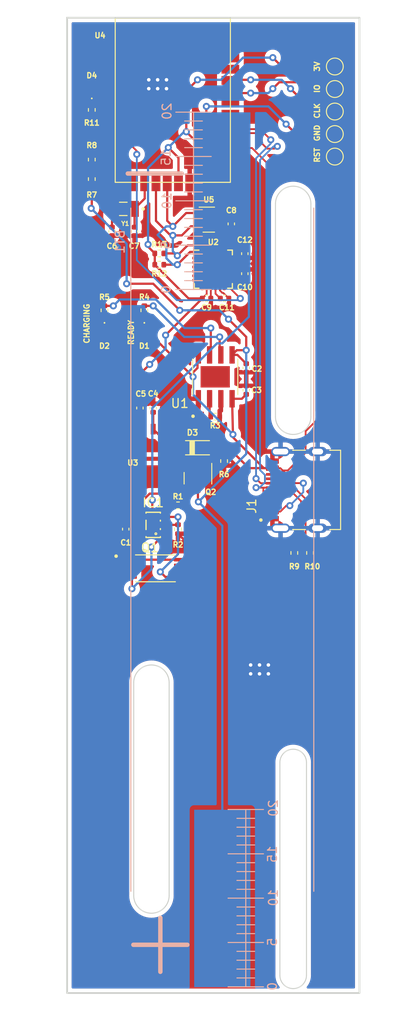
<source format=kicad_pcb>
(kicad_pcb (version 20211014) (generator pcbnew)
  (title_block (title "floaty") (date "2021-12-29") (rev "0.0.1a") (company "rbaron.net"))
  (layers (0 "F.Cu" signal) (31 "B.Cu" signal) (34 "B.Paste" user) (35 "F.Paste" user) (36 "B.SilkS" user "B.Silkscreen") (37 "F.SilkS" user "F.Silkscreen") (38 "B.Mask" user) (39 "F.Mask" user) (44 "Edge.Cuts" user))
  (net 0 "")
  (net 2 "Net-(IC1-Pad1)")
  (net 3 "Net-(IC1-Pad2)")
  (net 4 "Net-(IC1-Pad3)")
  (net 5 "unconnected-(Q1-Pad1)")
  (net 6 "GND")
  (net 7 "Net-(C1-Pad2)")
  (net 8 "+BATT")
  (net 9 "+5V")
  (net 10 "Net-(D1-Pad1)")
  (net 11 "Net-(D2-Pad1)")
  (net 12 "Net-(R3-Pad1)")
  (net 13 "Net-(R4-Pad2)")
  (net 14 "Net-(R5-Pad2)")
  (net 18 "+3V0")
  (net 19 "BATT_SEN")
  (net 24 "RESET")
  (net 27 "SWDCLK")
  (net 28 "SWDIO")
  (net 36 "Net-(J1-PadA5)")
  (net 37 "USB D+")
  (net 38 "USB D-")
  (net 39 "Net-(J1-PadB5)")
  (net 40 "Net-(D4-Pad1)")
  (net 41 "LED")
  (net 44 "Net-(BT1-Pad-)")
  (net 45 "Net-(C4-Pad2)")
  (net 46 "Net-(C6-Pad2)")
  (net 47 "Net-(C7-Pad2)")
  (net 48 "SDA")
  (net 49 "SCL")
  (net 50 "Net-(C11-Pad1)")
  (net 51 "Net-(C12-Pad2)")
  (net 52 "IMU_INT")
  (footprint "Resistor_SMD:R_0402_1005Metric" (layer "F.Cu") (at 114.5 108 -90)
    (fp_text reference "R6")
    (fp_text value "10k")
  )
  (footprint "TestPoint:TestPoint_Pad_D1.5mm" (layer "F.Cu") (at 127 68.58 90)
    (fp_text reference "TP3" hide)
    (fp_text value "TestPoint")
  )
  (footprint "Capacitor_SMD:C_0402_1005Metric" (layer "F.Cu") (at 112.522 89.662 180)
    (fp_text reference "C9")
    (fp_text value "10n")
  )
  (footprint "Resistor_SMD:R_0402_1005Metric" (layer "F.Cu") (at 109.3 113 180)
    (fp_text reference "R1")
    (fp_text value "100")
  )
  (footprint "lib:HRO_TYPE-C-31-M-12" (layer "F.Cu") (at 125.0525 111.252 90)
    (fp_text reference "J1")
    (fp_text value "TYPE-C-31-M-12")
  )
  (footprint "TestPoint:TestPoint_Pad_D1.5mm" (layer "F.Cu") (at 127 63.5 90)
    (fp_text reference "TP5" hide)
    (fp_text value "TestPoint")
  )
  (footprint "Capacitor_SMD:C_0402_1005Metric" (layer "F.Cu") (at 106.5 102.02 -90)
    (fp_text reference "C4")
    (fp_text value "10u")
  )
  (footprint "Package_TO_SOT_SMD:SOT-23" (layer "F.Cu") (at 111.55 109.9375 -90)
    (fp_text reference "Q2")
    (fp_text value "AO3401A")
  )
  (footprint "Resistor_SMD:R_0402_1005Metric" (layer "F.Cu") (at 99.568 74 90)
    (fp_text reference "R8")
    (fp_text value "470k")
  )
  (footprint "LED_SMD:LED_0402_1005Metric" (layer "F.Cu") (at 101 93.5 -90)
    (fp_text reference "D2")
    (fp_text value "RED")
  )
  (footprint "Capacitor_SMD:C_0402_1005Metric" (layer "F.Cu") (at 103.4 115.68 90)
    (fp_text reference "C1")
    (fp_text value "0.1u")
  )
  (footprint "lib:SOT89" (layer "F.Cu") (at 106.5 105 180)
    (fp_text reference "U3")
    (fp_text value "HT7333")
  )
  (footprint "Capacitor_SMD:C_0402_1005Metric" (layer "F.Cu") (at 114.554 89.662)
    (fp_text reference "C11")
    (fp_text value "0.1u")
  )
  (footprint "lib:SOD3716X135N" (layer "F.Cu") (at 111.5 106.5)
    (fp_text reference "D3")
    (fp_text value "B5819W-TP")
  )
  (footprint "TestPoint:TestPoint_Pad_D1.5mm" (layer "F.Cu") (at 127 73.66 90)
    (fp_text reference "TP1" hide)
    (fp_text value "TestPoint")
  )
  (footprint "TestPoint:TestPoint_Pad_D1.5mm" (layer "F.Cu") (at 127 71.12 90)
    (fp_text reference "TP2" hide)
    (fp_text value "TestPoint")
  )
  (footprint "lib:E73-2G4M08S1C-modified" (layer "F.Cu") (at 108.712 67.564)
    (fp_text reference "U4")
    (fp_text value "E73-2G4M08S1C")
  )
  (footprint "Resistor_SMD:R_0402_1005Metric" (layer "F.Cu") (at 99.568 68.394 -90)
    (fp_text reference "R11")
    (fp_text value "1k" hide)
  )
  (footprint "Capacitor_SMD:C_0402_1005Metric" (layer "F.Cu") (at 104.394 82.1 90)
    (fp_text reference "C7")
    (fp_text value "12p" hide)
  )
  (footprint "Capacitor_SMD:C_0402_1005Metric" (layer "F.Cu") (at 117 97.5 90)
    (fp_text reference "C2")
    (fp_text value "10u")
  )
  (footprint "Resistor_SMD:R_0402_1005Metric" (layer "F.Cu") (at 124.206 118.364 -90)
    (fp_text reference "R10")
    (fp_text value "5.1k")
  )
  (footprint "Resistor_SMD:R_0402_1005Metric" (layer "F.Cu") (at 107.188 84.582)
    (fp_text reference "R13")
    (fp_text value "10k")
  )
  (footprint "TestPoint:TestPoint_Pad_D1.5mm" (layer "F.Cu") (at 127 66.04 90)
    (fp_text reference "TP4" hide)
    (fp_text value "TestPoint")
  )
  (footprint "Sensor_Motion:InvenSense_QFN-24_4x4mm_P0.5mm" (layer "F.Cu") (at 113.284 86.36)
    (fp_text reference "U2")
    (fp_text value "MPU-6050")
  )
  (footprint "Resistor_SMD:R_0402_1005Metric" (layer "F.Cu") (at 109.3 115.69 -90)
    (fp_text reference "R2")
    (fp_text value "1k")
  )
  (footprint "Capacitor_SMD:C_0402_1005Metric" (layer "F.Cu") (at 105 102.02 -90)
    (fp_text reference "C5")
    (fp_text value "10u")
  )
  (footprint "Resistor_SMD:R_0402_1005Metric" (layer "F.Cu") (at 107.188 85.852 180)
    (fp_text reference "R12")
    (fp_text value "10k")
  )
  (footprint "lib:XTAL_NX3215SA-32.768K-STD-MUA-14" (layer "F.Cu") (at 103.124 79.56 180)
    (fp_text reference "Y1")
    (fp_text value "32.768 kHz")
  )
  (footprint "Resistor_SMD:R_0402_1005Metric" (layer "F.Cu") (at 101 91 90)
    (fp_text reference "R5")
    (fp_text value "1k")
  )
  (footprint "LED_SMD:LED_0402_1005Metric" (layer "F.Cu") (at 105.5 93.5 -90)
    (fp_text reference "D1")
    (fp_text value "GREEN")
  )
  (footprint "Resistor_SMD:R_0402_1005Metric" (layer "F.Cu") (at 122.428 118.364 -90)
    (fp_text reference "R9")
    (fp_text value "5.1k")
  )
  (footprint "Capacitor_SMD:C_0402_1005Metric" (layer "F.Cu") (at 101.854 82.1 90)
    (fp_text reference "C6")
    (fp_text value "12p" hide)
  )
  (footprint "Resistor_SMD:R_0402_1005Metric" (layer "F.Cu") (at 99.568 76.2 90)
    (fp_text reference "R7")
    (fp_text value "470k")
  )
  (footprint "Resistor_SMD:R_0402_1005Metric" (layer "F.Cu") (at 113.5 103)
    (fp_text reference "R3")
    (fp_text value "2k")
  )
  (footprint "Capacitor_SMD:C_0402_1005Metric" (layer "F.Cu") (at 116.84 84.61 90)
    (fp_text reference "C12")
    (fp_text value "2.2n")
  )
  (footprint "Capacitor_SMD:C_0402_1005Metric" (layer "F.Cu") (at 116.84 86.868 90)
    (fp_text reference "C10")
    (fp_text value "0.1u")
  )
  (footprint "LED_SMD:LED_0402_1005Metric" (layer "F.Cu") (at 99.568 66.009 90)
    (fp_text reference "D4")
    (fp_text value "RED" hide)
  )
  (footprint "lib:SOT23-6" (layer "F.Cu") (at 106.5 115.2 90)
    (property "VALUE" "DW01A")
    (fp_text reference "IC1")
    (fp_text value "DW01A")
  )
  (footprint "Capacitor_SMD:C_0402_1005Metric" (layer "F.Cu") (at 117 100 -90)
    (fp_text reference "C3")
    (fp_text value "10u")
  )
  (footprint "Resistor_SMD:R_0402_1005Metric" (layer "F.Cu") (at 105.5 91 90)
    (fp_text reference "R4")
    (fp_text value "1k")
  )
  (footprint "lib:SOP65P640X120-8N" (layer "F.Cu") (at 106.7525 120.1)
    (fp_text reference "Q1")
    (fp_text value "FS8205A")
  )
  (footprint "Capacitor_SMD:C_0402_1005Metric" (layer "F.Cu") (at 115.316 81.252 90)
    (fp_text reference "C8")
    (fp_text value "100n")
  )
  (footprint "lib:SOP127P600X175-9N" (layer "F.Cu") (at 113.5 98.5 90)
    (fp_text reference "U1")
    (fp_text value "TP4056")
  )
  (footprint "Sensor_Humidity:Sensirion_DFN-8-1EP_2.5x2.5mm_P0.5mm_EP1.1x1.7mm" (layer "F.Cu") (at 112.776 80.772)
    (fp_text reference "U5")
    (fp_text value "SHT30-DIS")
  )
  (footprint "lib:BAT_1042_modified" (layer "B.Cu") (at 114.3 118 -90)
    (fp_text reference "BT1")
    (fp_text value "Battery_Cell")
    (fp_line (start -39 -6) (end -15 -6) (layer "Edge.Cuts") (width 0.12))
    (fp_line (start -15 -10) (end -39 -10) (layer "Edge.Cuts") (width 0.12))
    (fp_line (start 39 6) (end 15 6) (layer "Edge.Cuts") (width 0.12))
    (fp_line (start 15 10) (end 39 10) (layer "Edge.Cuts") (width 0.12))
    (fp_line (start 48 -9.5) (end 24 -9.5) (layer "Edge.Cuts") (width 0.12))
    (fp_line (start 24 -6.5) (end 48 -6.5) (layer "Edge.Cuts") (width 0.12))
    (fp_arc (start 48 -9.5) (mid 49.5 -8) (end 48 -6.5) (layer "Edge.Cuts") (width 0.12))
    (fp_arc (start 39 6) (mid 41 8) (end 39 10) (layer "Edge.Cuts") (width 0.12))
    (fp_arc (start -15 -10) (mid -13 -8) (end -15 -6) (layer "Edge.Cuts") (width 0.12))
    (fp_arc (start 15 10) (mid 13 8) (end 15 6) (layer "Edge.Cuts") (width 0.12))
    (fp_arc (start -39 -6) (mid -41 -8) (end -39 -10) (layer "Edge.Cuts") (width 0.12))
    (fp_arc (start 24 -6.5) (mid 22.5 -8) (end 24 -9.5) (layer "Edge.Cuts") (width 0.12))
  )
  (gr_rect (start 96.784 58) (end 129.784 168) (layer "Edge.Cuts") (width 0.2) (fill none))
  (gr_text "CHARGING" (at 99 92.5 90) (layer "F.SilkS") (effects (font (size 0.6 0.6))))
  (gr_text "READY" (at 104 93.5 90) (layer "F.SilkS") (effects (font (size 0.6 0.6))))
  (gr_text "CLK" (at 125 68.5 90) (layer "F.SilkS") (effects (font (size 0.6 0.6))))
  (gr_text "3V" (at 125 63.5 90) (layer "F.SilkS") (effects (font (size 0.6 0.6))))
  (gr_text "RST" (at 125 73.5 90) (layer "F.SilkS") (effects (font (size 0.6 0.6))))
  (gr_text "GND" (at 125 71 90) (layer "F.SilkS") (effects (font (size 0.6 0.6))))
  (gr_text "IO" (at 125 66 90) (layer "F.SilkS") (effects (font (size 0.6 0.6))))
  (segment (start 107.8 116.15) (end 107.8 116.2) (width 0.25) (layer "F.Cu") (net 2))
  (segment (start 104.1 121.3025) (end 103.8725 121.075) (width 0.25) (layer "F.Cu") (net 2))
  (segment (start 107.8 116.2) (end 106.3 117.7) (width 0.25) (layer "F.Cu") (net 2))
  (segment (start 104.1 122.4) (end 104.1 121.3025) (width 0.25) (layer "F.Cu") (net 2))
  (via (at 104.1 122.4) (size 0.8) (drill 0.4) (layers "F.Cu" "B.Cu") (net 2))
  (via (at 106.3 117.7) (size 0.8) (drill 0.4) (layers "F.Cu" "B.Cu") (net 2))
  (segment (start 106.3 120.2) (end 104.1 122.4) (width 0.25) (layer "B.Cu") (net 2))
  (segment (start 106.3 117.7) (end 106.3 120.2) (width 0.25) (layer "B.Cu") (net 2))
  (segment (start 109.28 115.2) (end 109.3 115.18) (width 0.25) (layer "F.Cu") (net 3))
  (segment (start 107.8 115.2) (end 109.28 115.2) (width 0.25) (layer "F.Cu") (net 3))
  (segment (start 107.875 121.075) (end 107.3 120.5) (width 0.25) (layer "F.Cu") (net 4))
  (segment (start 109.3 114.3) (end 107.85 114.3) (width 0.25) (layer "F.Cu") (net 4))
  (segment (start 109.6325 121.075) (end 107.875 121.075) (width 0.25) (layer "F.Cu") (net 4))
  (segment (start 107.85 114.3) (end 107.8 114.25) (width 0.25) (layer "F.Cu") (net 4))
  (via (at 109.3 114.3) (size 0.8) (drill 0.4) (layers "F.Cu" "B.Cu") (net 4))
  (via (at 107.3 120.5) (size 0.8) (drill 0.4) (layers "F.Cu" "B.Cu") (net 4))
  (segment (start 109.3 118.5) (end 109.3 114.3) (width 0.25) (layer "B.Cu") (net 4))
  (segment (start 107.3 120.5) (end 109.3 118.5) (width 0.25) (layer "B.Cu") (net 4))
  (segment (start 103.8725 119.125) (end 109.6325 119.125) (width 0.25) (layer "F.Cu") (net 5))
  (segment (start 111.334 85.11) (end 111.35852 85.13452) (width 0.2) (layer "F.Cu") (net 6))
  (segment (start 111.35852 85.13452) (end 115.20948 85.13452) (width 0.2) (layer "F.Cu") (net 6))
  (segment (start 114.034 88.31) (end 114.034 88.764651) (width 0.2) (layer "F.Cu") (net 6))
  (segment (start 114.303869 89.03452) (end 114.40652 89.03452) (width 0.2) (layer "F.Cu") (net 6))
  (segment (start 110.8 117.7) (end 109.3 116.2) (width 0.25) (layer "F.Cu") (net 6))
  (segment (start 113.951 80.022) (end 113.526 80.022) (width 0.25) (layer "F.Cu") (net 6))
  (segment (start 110.8 119.384724) (end 110.8 117.7) (width 0.25) (layer "F.Cu") (net 6))
  (segment (start 113.002 88.342) (end 113.034 88.31) (width 0.2) (layer "F.Cu") (net 6))
  (segment (start 116.82 85.11) (end 116.84 85.09) (width 0.25) (layer "F.Cu") (net 6))
  (segment (start 112.526 80.522) (end 112.776 80.772) (width 0.25) (layer "F.Cu") (net 6))
  (segment (start 114.034 88.764651) (end 114.303869 89.03452) (width 0.2) (layer "F.Cu") (net 6))
  (segment (start 113.526 80.022) (end 112.776 80.772) (width 0.25) (layer "F.Cu") (net 6))
  (segment (start 115.20948 85.13452) (end 115.234 85.11) (width 0.2) (layer "F.Cu") (net 6))
  (segment (start 113.026 80.522) (end 112.776 80.772) (width 0.25) (layer "F.Cu") (net 6))
  (segment (start 111.601 80.522) (end 112.526 80.522) (width 0.25) (layer "F.Cu") (net 6))
  (segment (start 109.6325 119.775) (end 110.409724 119.775) (width 0.25) (layer "F.Cu") (net 6))
  (segment (start 113.002 89.662) (end 113.002 88.342) (width 0.2) (layer "F.Cu") (net 6))
  (segment (start 110.622 77.814) (end 110.622 76.564) (width 0.25) (layer "F.Cu") (net 6))
  (segment (start 112.776 80.772) (end 112.776 79.968) (width 0.25) (layer "F.Cu") (net 6))
  (segment (start 115.234 85.11) (end 116.82 85.11) (width 0.25) (layer "F.Cu") (net 6))
  (segment (start 114.40652 89.03452) (end 115.034 89.662) (width 0.2) (layer "F.Cu") (net 6))
  (segment (start 109.6325 119.775) (end 109.6325 120.425) (width 0.25) (layer "F.Cu") (net 6))
  (segment (start 112.776 79.968) (end 110.622 77.814) (width 0.25) (layer "F.Cu") (net 6))
  (segment (start 110.409724 119.775) (end 110.8 119.384724) (width 0.25) (layer "F.Cu") (net 6))
  (segment (start 113.951 80.522) (end 113.026 80.522) (width 0.25) (layer "F.Cu") (net 6))
  (via (at 107 66) (size 0.8) (drill 0.4) (layers "F.Cu" "B.Cu") (net 6))
  (via (at 106 66) (size 0.8) (drill 0.4) (layers "F.Cu" "B.Cu") (net 6))
  (via (at 118.5 131) (size 0.8) (drill 0.4) (layers "F.Cu" "B.Cu") (net 6))
  (via (at 118.5 132) (size 0.8) (drill 0.4) (layers "F.Cu" "B.Cu") (net 6))
  (via (at 108 66) (size 0.8) (drill 0.4) (layers "F.Cu" "B.Cu") (net 6))
  (via (at 117.5 132) (size 0.8) (drill 0.4) (layers "F.Cu" "B.Cu") (net 6))
  (via (at 107 65) (size 0.8) (drill 0.4) (layers "F.Cu" "B.Cu") (net 6))
  (via (at 119.5 131) (size 0.8) (drill 0.4) (layers "F.Cu" "B.Cu") (net 6))
  (via (at 117.5 131) (size 0.8) (drill 0.4) (layers "F.Cu" "B.Cu") (net 6))
  (via (at 106 65) (size 0.8) (drill 0.4) (layers "F.Cu" "B.Cu") (net 6))
  (via (at 119.5 132) (size 0.8) (drill 0.4) (layers "F.Cu" "B.Cu") (net 6))
  (via (at 108 65) (size 0.8) (drill 0.4) (layers "F.Cu" "B.Cu") (net 6))
  (segment (start 103.4 114.375386) (end 106.099897 111.675489) (width 0.25) (layer "F.Cu") (net 7))
  (segment (start 103.4 115.2) (end 103.4 114.375386) (width 0.25) (layer "F.Cu") (net 7))
  (segment (start 108.79 112.79) (end 108.79 113) (width 0.25) (layer "F.Cu") (net 7))
  (segment (start 106.099897 111.675489) (end 107.675489 111.675489) (width 0.25) (layer "F.Cu") (net 7))
  (segment (start 103.4 115.2) (end 105.2 115.2) (width 0.25) (layer "F.Cu") (net 7))
  (segment (start 107.675489 111.675489) (end 108.79 112.79) (width 0.25) (layer "F.Cu") (net 7))
  (segment (start 115.405 96.025) (end 116.005 96.025) (width 0.25) (layer "F.Cu") (net 8))
  (segment (start 99.568 76.71) (end 99.568 79.432) (width 0.25) (layer "F.Cu") (net 8))
  (segment (start 115.93 95.5) (end 115.405 96.025) (width 0.25) (layer "F.Cu") (net 8))
  (segment (start 111.55 112.55) (end 111.6 112.6) (width 0.25) (layer "F.Cu") (net 8))
  (segment (start 103.5 88) (end 106.5 88) (width 0.25) (layer "F.Cu") (net 8))
  (segment (start 116.005 96.025) (end 117 97.02) (width 0.25) (layer "F.Cu") (net 8))
  (segment (start 111.525 110.875) (end 111.55 110.875) (width 0.25) (layer "F.Cu") (net 8))
  (segment (start 117 94) (end 117 95.5) (width 0.25) (layer "F.Cu") (net 8))
  (segment (start 109.81 112.59) (end 111.525 110.875) (width 0.25) (layer "F.Cu") (net 8))
  (segment (start 117 95.5) (end 115.93 95.5) (width 0.25) (layer "F.Cu") (net 8))
  (segment (start 115 92) (end 117 94) (width 0.25) (layer "F.Cu") (net 8))
  (segment (start 106.5 88) (end 109.5 91) (width 0.25) (layer "F.Cu") (net 8))
  (segment (start 99.568 79.432) (end 99.5 79.5) (width 0.25) (layer "F.Cu") (net 8))
  (segment (start 111.55 110.875) (end 111.55 112.55) (width 0.25) (layer "F.Cu") (net 8))
  (segment (start 109.81 113) (end 109.81 112.59) (width 0.25) (layer "F.Cu") (net 8))
  (via (at 103.5 88) (size 0.8) (drill 0.4) (layers "F.Cu" "B.Cu") (net 8))
  (via (at 99.5 79.5) (size 0.8) (drill 0.4) (layers "F.Cu" "B.Cu") (net 8))
  (via (at 109.5 91) (size 0.8) (drill 0.4) (layers "F.Cu" "B.Cu") (net 8))
  (via (at 117 95.5) (size 0.8) (drill 0.4) (layers "F.Cu" "B.Cu") (net 8))
  (via (at 115 92) (size 0.8) (drill 0.4) (layers "F.Cu" "B.Cu") (net 8))
  (via (at 111.6 112.6) (size 0.8) (drill 0.4) (layers "F.Cu" "B.Cu") (net 8))
  (segment (start 103.5 83.5) (end 103.5 88) (width 0.25) (layer "B.Cu") (net 8))
  (segment (start 111.6 112.6) (end 117 107.2) (width 0.25) (layer "B.Cu") (net 8))
  (segment (start 114.3 157.33) (end 114.3 115.3) (width 0.25) (layer "B.Cu") (net 8))
  (segment (start 114 91) (end 115 92) (width 0.25) (layer "B.Cu") (net 8))
  (segment (start 114.3 115.3) (end 111.6 112.6) (width 0.25) (layer "B.Cu") (net 8))
  (segment (start 99.5 79.5) (end 103.5 83.5) (width 0.25) (layer "B.Cu") (net 8))
  (segment (start 117 107.2) (end 117 95.5) (width 0.25) (layer "B.Cu") (net 8))
  (segment (start 109.5 91) (end 114 91) (width 0.25) (layer "B.Cu") (net 8))
  (segment (start 114 106.5) (end 114.5 106) (width 0.25) (layer "F.Cu") (net 9))
  (segment (start 106.485 93.985) (end 110 97.5) (width 0.25) (layer "F.Cu") (net 9))
  (segment (start 121.692252 109.061521) (end 123.70298 107.050793) (width 0.2) (layer "F.Cu") (net 9))
  (segment (start 105.5 93.985) (end 101 93.985) (width 0.25) (layer "F.Cu") (net 9))
  (segment (start 112.5 109) (end 113.1383 108.3617) (width 0.25) (layer "F.Cu") (net 9))
  (segment (start 111.5 97.5) (end 111.5 96.12) (width 0.25) (layer "F.Cu") (net 9))
  (segment (start 115.405 100.975) (end 116.505 100.975) (width 0.25) (layer "F.Cu") (net 9))
  (segment (start 123.70298 107.050793) (end 123.70298 104.64302) (width 0.2) (layer "F.Cu") (net 9))
  (segment (start 115.5 105) (end 115.405 105.2245) (width 0.25) (layer "F.Cu") (net 9))
  (segment (start 114.5 107.49) (end 114.1283 107.49) (width 0.25) (layer "F.Cu") (net 9))
  (segment (start 121.112748 109.061521) (end 121.692252 109.061521) (width 0.2) (layer "F.Cu") (net 9))
  (segment (start 113.1383 108.3617) (end 113.1383 106.5) (width 0.25) (layer "F.Cu") (net 9))
  (segment (start 119.9575 108.802) (end 120.853227 108.802) (width 0.2) (layer "F.Cu") (net 9))
  (segment (start 115.405 105.2245) (end 118.9825 108.802) (width 0.25) (layer "F.Cu") (net 9))
  (segment (start 114.1283 107.49) (end 113.1383 106.5) (width 0.25) (layer "F.Cu") (net 9))
  (segment (start 120.853227 108.802) (end 121.112748 109.061521) (width 0.2) (layer "F.Cu") (net 9))
  (segment (start 115.405 100.975) (end 115.5 105) (width 0.25) (layer "F.Cu") (net 9))
  (segment (start 118.9825 108.802) (end 119.9575 108.802) (width 0.25) (layer "F.Cu") (net 9))
  (segment (start 119.888 74.93) (end 117.652 72.694) (width 0.2) (layer "F.Cu") (net 9))
  (segment (start 114.5 106) (end 117.302 108.802) (width 0.25) (layer "F.Cu") (net 9))
  (segment (start 109.985 97.485) (end 111 98.5) (width 0.25) (layer "F.Cu") (net 9))
  (segment (start 126.492 101.854) (end 126.492 77.724) (width 0.2) (layer "F.Cu") (net 9))
  (segment (start 120.853227 108.802) (end 122.541227 110.49) (width 0.2) (layer "F.Cu") (net 9))
  (segment (start 111 98) (end 111.5 97.5) (width 0.25) (layer "F.Cu") (net 9))
  (segment (start 121.92 113.03) (end 121.525227 113.03) (width 0.2) (layer "F.Cu") (net 9))
  (segment (start 111.5 96.12) (end 111.595 96.025) (width 0.25) (layer "F.Cu") (net 9))
  (segment (start 123.70298 104.64302) (end 126.492 101.854) (width 0.2) (layer "F.Cu") (net 9))
  (segment (start 121.525227 113.03) (end 120.853227 113.702) (width 0.2) (layer "F.Cu") (net 9))
  (segment (start 117.652 72.694) (end 115.212 72.694) (width 0.2) (layer "F.Cu") (net 9))
  (segment (start 120.853227 113.702) (end 119.9575 113.702) (width 0.2) (layer "F.Cu") (net 9))
  (segment (start 116.505 100.975) (end 117 100.48) (width 0.25) (layer "F.Cu") (net 9))
  (segment (start 123.698 74.93) (end 119.888 74.93) (width 0.2) (layer "F.Cu") (net 9))
  (segment (start 105.5 93.985) (end 106.485 93.985) (width 0.25) (layer "F.Cu") (net 9))
  (segment (start 122.541227 110.49) (end 123.444 110.49) (width 0.2) (layer "F.Cu") (net 9))
  (segment (start 111 98.5) (end 111 98) (width 0.25) (layer "F.Cu") (net 9))
  (segment (start 113.1383 106.5) (end 114 106.5) (width 0.25) (layer "F.Cu") (net 9))
  (segment (start 126.492 77.724) (end 123.698 74.93) (width 0.2) (layer "F.Cu") (net 9))
  (segment (start 117.302 108.802) (end 119.9575 108.802) (width 0.25) (layer "F.Cu") (net 9))
  (via (at 121.92 113.03) (size 0.8) (drill 0.4) (layers "F.Cu" "B.Cu") (net 9))
  (via (at 123.444 110.49) (size 0.8) (drill 0.4) (layers "F.Cu" "B.Cu") (net 9))
  (via (at 111 98.5) (size 0.8) (drill 0.4) (layers "F.Cu" "B.Cu") (net 9))
  (via (at 115.5 105) (size 0.8) (drill 0.4) (layers "F.Cu" "B.Cu") (net 9))
  (segment (start 123.444 111.506) (end 121.92 113.03) (width 0.2) (layer "B.Cu") (net 9))
  (segment (start 111 100.5) (end 111 98.5) (width 0.25) (layer "B.Cu") (net 9))
  (segment (start 123.444 110.49) (end 123.444 111.506) (width 0.2) (layer "B.Cu") (net 9))
  (segment (start 115.5 105) (end 111 100.5) (width 0.25) (layer "B.Cu") (net 9))
  (segment (start 105.5 93.015) (end 105.5 91.51) (width 0.25) (layer "F.Cu") (net 10))
  (segment (start 101 93.015) (end 101 91.51) (width 0.25) (layer "F.Cu") (net 11))
  (segment (start 112.865 100.975) (end 112.865 102.875) (width 0.25) (layer "F.Cu") (net 12))
  (segment (start 112.865 102.875) (end 112.99 103) (width 0.25) (layer "F.Cu") (net 12))
  (segment (start 106.5 90.5) (end 105.51 90.5) (width 0.25) (layer "F.Cu") (net 13))
  (segment (start 114 94) (end 114 95.89) (width 0.25) (layer "F.Cu") (net 13))
  (segment (start 105.51 90.5) (end 105.5 90.49) (width 0.25) (layer "F.Cu") (net 13))
  (via (at 106.5 90.5) (size 0.8) (drill 0.4) (layers "F.Cu" "B.Cu") (net 13))
  (via (at 114 94) (size 0.8) (drill 0.4) (layers "F.Cu" "B.Cu") (net 13))
  (segment (start 110 94) (end 114 94) (width 0.25) (layer "B.Cu") (net 13))
  (segment (start 110 94) (end 106.5 90.5) (width 0.25) (layer "B.Cu") (net 13))
  (segment (start 101.01 90.5) (end 101 90.49) (width 0.25) (layer "F.Cu") (net 14))
  (segment (start 102 90.5) (end 101.01 90.5) (width 0.25) (layer "F.Cu") (net 14))
  (segment (start 113 95.89) (end 112.865 96.025) (width 0.25) (layer "F.Cu") (net 14))
  (segment (start 113 93) (end 113 95.89) (width 0.25) (layer "F.Cu") (net 14))
  (via (at 102 90.5) (size 0.8) (drill 0.4) (layers "F.Cu" "B.Cu") (net 14))
  (via (at 113 93) (size 0.8) (drill 0.4) (layers "F.Cu" "B.Cu") (net 14))
  (segment (start 102.724511 89.775489) (end 102 90.5) (width 0.25) (layer "B.Cu") (net 14))
  (segment (start 106.800103 89.775489) (end 102.724511 89.775489) (width 0.25) (layer "B.Cu") (net 14))
  (segment (start 113 93) (end 110.024614 93) (width 0.25) (layer "B.Cu") (net 14))
  (segment (start 110.024614 93) (end 106.800103 89.775489) (width 0.25) (layer "B.Cu") (net 14))
  (segment (start 113.951 81.522) (end 114.55907 81.522) (width 0.25) (layer "F.Cu") (net 18))
  (segment (start 112.056 77.978) (end 111.892 77.814) (width 0.25) (layer "F.Cu") (net 18))
  (segment (start 112.534 87.785978) (end 112.760458 87.55952) (width 0.2) (layer "F.Cu") (net 18))
  (segment (start 112.534 89.17) (end 112.534 88.31) (width 0.2) (layer "F.Cu") (net 18))
  (segment (start 110.236 70.866) (end 111.892 72.522) (width 0.25) (layer "F.Cu") (net 18))
  (segment (start 105 102.5) (end 104.99307 102.5) (width 0.25) (layer "F.Cu") (net 18))
  (segment (start 112.042 89.662) (end 112.534 89.17) (width 0.2) (layer "F.Cu") (net 18))
  (segment (start 104.36548 101.87241) (end 104.36548 98.83452) (width 0.25) (layer "F.Cu") (net 18))
  (segment (start 121 63.5) (end 120 62.5) (width 0.25) (layer "F.Cu") (net 18))
  (segment (start 109.352 73.792) (end 108.204 72.644) (width 0.25) (layer "F.Cu") (net 18))
  (segment (start 112.956022 77.978) (end 112.056 77.978) (width 0.25) (layer "F.Cu") (net 18))
  (segment (start 112.760458 87.55952) (end 115.18352 87.55952) (width 0.2) (layer "F.Cu") (net 18))
  (segment (start 112.038 89.662) (end 112.042 89.662) (width 0.25) (layer "F.Cu") (net 18))
  (segment (start 111.892 77.814) (end 111.892 76.564) (width 0.25) (layer "F.Cu") (net 18))
  (segment (start 111.5 65) (end 110.236 66.264) (width 0.25) (layer "F.Cu") (net 18))
  (segment (start 115.316 80.337978) (end 112.956022 77.978) (width 0.25) (layer "F.Cu") (net 18))
  (segment (start 116.578 87.61) (end 116.84 87.348) (width 0.2) (layer "F.Cu") (net 18))
  (segment (start 110.488 89.662) (end 112.042 89.662) (width 0.25) (layer "F.Cu") (net 18))
  (segment (start 106.678 85.852) (end 110.488 89.662) (width 0.25) (layer "F.Cu") (net 18))
  (segment (start 105.918 83.822) (end 106.678 84.582) (width 0.25) (layer "F.Cu") (net 18))
  (segment (start 115.30907 80.772) (end 115.316 80.772) (width 0.25) (layer "F.Cu") (net 18))
  (segment (start 115.234 87.61) (end 116.578 87.61) (width 0.2) (layer "F.Cu") (net 18))
  (segment (start 106.678 84.582) (end 106.678 85.852) (width 0.25) (layer "F.Cu") (net 18))
  (segment (start 111.892 72.522) (end 111.892 76.564) (width 0.25) (layer "F.Cu") (net 18))
  (segment (start 115.18352 87.55952) (end 115.234 87.61) (width 0.2) (layer "F.Cu") (net 18))
  (segment (start 104.36548 98.83452) (end 106.1 97.1) (width 0.25) (layer "F.Cu") (net 18))
  (segment (start 115.316 80.772) (end 115.316 80.337978) (width 0.25) (layer "F.Cu") (net 18))
  (segment (start 105 102.5) (end 105 104.4017) (width 0.25) (layer "F.Cu") (net 18))
  (segment (start 110.236 66.264) (end 110.236 70.866) (width 0.25) (layer "F.Cu") (net 18))
  (segment (start 127 63.5) (end 121 63.5) (width 0.25) (layer "F.Cu") (net 18))
  (segment (start 105 104.4017) (end 105.0014 104.4031) (width 0.25) (layer "F.Cu") (net 18))
  (segment (start 114.55907 81.522) (end 115.30907 80.772) (width 0.25) (layer "F.Cu") (net 18))
  (segment (start 112.534 88.31) (end 112.534 87.785978) (width 0.2) (layer "F.Cu") (net 18))
  (segment (start 105.918 83.566) (end 105.918 83.822) (width 0.25) (layer "F.Cu") (net 18))
  (segment (start 109.352 76.564) (end 109.352 73.792) (width 0.25) (layer "F.Cu") (net 18))
  (segment (start 107.9 93.8) (end 112.038 89.662) (width 0.25) (layer "F.Cu") (net 18))
  (segment (start 104.99307 102.5) (end 104.36548 101.87241) (width 0.25) (layer "F.Cu") (net 18))
  (via (at 110.236 70.866) (size 0.8) (drill 0.4) (layers "F.Cu" "B.Cu") (net 18))
  (via (at 120 62.5) (size 0.8) (drill 0.4) (layers "F.Cu" "B.Cu") (net 18))
  (via (at 106.1 97.1) (size 0.8) (drill 0.4) (layers "F.Cu" "B.Cu") (net 18))
  (via (at 105.918 83.566) (size 0.8) (drill 0.4) (layers "F.Cu" "B.Cu") (net 18))
  (via (at 111.5 65) (size 0.8) (drill 0.4) (layers "F.Cu" "B.Cu") (net 18))
  (via (at 107.9 93.8) (size 0.8) (drill 0.4) (layers "F.Cu" "B.Cu") (net 18))
  (via (at 108.204 72.644) (size 0.8) (drill 0.4) (layers "F.Cu" "B.Cu") (net 18))
  (segment (start 120 62.5) (end 116.645978 62.5) (width 0.25) (layer "B.Cu") (net 18))
  (segment (start 114.145978 65) (end 111.5 65) (width 0.25) (layer "B.Cu") (net 18))
  (segment (start 105.918 74.93) (end 105.918 83.566) (width 0.25) (layer "B.Cu") (net 18))
  (segment (start 109.982 70.866) (end 110.236 70.866) (width 0.25) (layer "B.Cu") (net 18))
  (segment (start 108.204 72.644) (end 109.982 70.866) (width 0.25) (layer "B.Cu") (net 18))
  (segment (start 106.1 97.1) (end 107.9 95.3) (width 0.25) (layer "B.Cu") (net 18))
  (segment (start 116.645978 62.5) (end 114.145978 65) (width 0.25) (layer "B.Cu") (net 18))
  (segment (start 107.9 95.3) (end 107.9 93.8) (width 0.25) (layer "B.Cu") (net 18))
  (segment (start 108.204 72.644) (end 105.918 74.93) (width 0.25) (layer "B.Cu") (net 18))
  (segment (start 101.012 70.154) (end 100.18752 70.97848) (width 0.2) (layer "F.Cu") (net 19))
  (segment (start 99.568 74.51) (end 99.568 75.69) (width 0.2) (layer "F.Cu") (net 19))
  (segment (start 100.18752 70.97848) (end 100.18752 73.89048) (width 0.2) (layer "F.Cu") (net 19))
  (segment (start 100.18752 73.89048) (end 99.568 74.51) (width 0.2) (layer "F.Cu") (net 19))
  (segment (start 102.212 70.154) (end 101.012 70.154) (width 0.2) (layer "F.Cu") (net 19))
  (segment (start 112.5 68) (end 112.5 72.5) (width 0.25) (layer "F.Cu") (net 24))
  (segment (start 112.5 72.5) (end 114 74) (width 0.25) (layer "F.Cu") (net 24))
  (segment (start 127 73.66) (end 125.16 73.66) (width 0.25) (layer "F.Cu") (net 24))
  (segment (start 114 74) (end 115.176 74) (width 0.25) (layer "F.Cu") (net 24))
  (segment (start 115.176 74) (end 115.212 73.964) (width 0.25) (layer "F.Cu") (net 24))
  (segment (start 125.16 73.66) (end 121.5 70) (width 0.25) (layer "F.Cu") (net 24))
  (via (at 121.5 70) (size 0.8) (drill 0.4) (layers "F.Cu" "B.Cu") (net 24))
  (via (at 112.5 68) (size 0.8) (drill 0.4) (layers "F.Cu" "B.Cu") (net 24))
  (segment (start 119.5 68) (end 112.5 68) (width 0.25) (layer "B.Cu") (net 24))
  (segment (start 121.5 70) (end 119.5 68) (width 0.25) (layer "B.Cu") (net 24))
  (segment (start 117.5 65) (end 115.286 65) (width 0.25) (layer "F.Cu") (net 27))
  (segment (start 127 68.58) (end 124.58 68.58) (width 0.25) (layer "F.Cu") (net 27))
  (segment (start 124.58 68.58) (end 122 66) (width 0.25) (layer "F.Cu") (net 27))
  (segment (start 115.286 65) (end 115.212 65.074) (width 0.25) (layer "F.Cu") (net 27))
  (via (at 122 66) (size 0.8) (drill 0.4) (layers "F.Cu" "B.Cu") (net 27))
  (via (at 117.5 65) (size 0.8) (drill 0.4) (layers "F.Cu" "B.Cu") (net 27))
  (segment (start 121 65) (end 117.5 65) (width 0.25) (layer "B.Cu") (net 27))
  (segment (start 122 66) (end 121 65) (width 0.25) (layer "B.Cu") (net 27))
  (segment (start 127 66.04) (end 126.235489 65.275489) (width 0.25) (layer "F.Cu") (net 28))
  (segment (start 115.368 66.5) (end 115.212 66.344) (width 0.25) (layer "F.Cu") (net 28))
  (segment (start 117.5 66.5) (end 115.368 66.5) (width 0.25) (layer "F.Cu") (net 28))
  (segment (start 126.235489 65.275489) (end 120.724511 65.275489) (width 0.25) (layer "F.Cu") (net 28))
  (segment (start 120.724511 65.275489) (end 120 66) (width 0.25) (layer "F.Cu") (net 28))
  (via (at 120 66) (size 0.8) (drill 0.4) (layers "F.Cu" "B.Cu") (net 28))
  (via (at 117.5 66.5) (size 0.8) (drill 0.4) (layers "F.Cu" "B.Cu") (net 28))
  (segment (start 119.5 66.5) (end 117.5 66.5) (width 0.25) (layer "B.Cu") (net 28))
  (segment (start 120 66) (end 119.5 66.5) (width 0.25) (layer "B.Cu") (net 28))
  (segment (start 122.43 117.856) (end 122.428 117.854) (width 0.2) (layer "F.Cu") (net 36))
  (segment (start 123.19 117.602) (end 122.936 117.856) (width 0.2) (layer "F.Cu") (net 36))
  (segment (start 120.931522 112.502) (end 121.412 112.021522) (width 0.2) (layer "F.Cu") (net 36))
  (segment (start 122.936 117.856) (end 122.43 117.856) (width 0.2) (layer "F.Cu") (net 36))
  (segment (start 121.412 110.998) (end 121.666 110.998) (width 0.2) (layer "F.Cu") (net 36))
  (segment (start 119.9575 112.502) (end 120.931522 112.502) (width 0.2) (layer "F.Cu") (net 36))
  (segment (start 121.412 112.021522) (end 121.412 110.998) (width 0.2) (layer "F.Cu") (net 36))
  (segment (start 121.666 110.998) (end 123.19 112.522) (width 0.2) (layer "F.Cu") (net 36))
  (segment (start 123.19 112.522) (end 123.19 117.602) (width 0.2) (layer "F.Cu") (net 36))
  (segment (start 119.770768 71.764768) (end 118.57 70.564) (width 0.2) (layer "F.Cu") (net 37))
  (segment (start 120.931522 110.502) (end 120.982011 110.552489) (width 0.2) (layer "F.Cu") (net 37))
  (segment (start 119.9575 110.502) (end 120.931522 110.502) (width 0.2) (layer "F.Cu") (net 37))
  (segment (start 118.63 110.502) (end 118.11 109.982) (width 0.2) (layer "F.Cu") (net 37))
  (segment (start 118.57 70.564) (end 117.122001 70.564) (width 0.2) (layer "F.Cu") (net 37))
  (segment (start 120.982011 110.552489) (end 120.982011 111.427989) (width 0.2) (layer "F.Cu") (net 37))
  (segment (start 116.712001 70.154) (end 115.212 70.154) (width 0.2) (layer "F.Cu") (net 37))
  (segment (start 117.122001 70.564) (end 116.712001 70.154) (width 0.2) (layer "F.Cu") (net 37))
  (segment (start 120.982011 111.427989) (end 120.908 111.502) (width 0.2) (layer "F.Cu") (net 37))
  (segment (start 119.9575 110.502) (end 118.63 110.502) (width 0.2) (layer "F.Cu") (net 37))
  (segment (start 120.908 111.502) (end 119.9575 111.502) (width 0.2) (layer "F.Cu") (net 37))
  (via (at 118.11 109.982) (size 0.8) (drill 0.4) (layers "F.Cu" "B.Cu") (net 37))
  (via (at 119.770768 71.764768) (size 0.8) (drill 0.4) (layers "F.Cu" "B.Cu") (net 37))
  (segment (start 119.770768 72.189033) (end 119.770768 71.764768) (width 0.2) (layer "B.Cu") (net 37))
  (segment (start 118.11 73.849801) (end 119.770768 72.189033) (width 0.2) (layer "B.Cu") (net 37))
  (segment (start 118.11 109.982) (end 118.11 73.849801) (width 0.2) (layer "B.Cu") (net 37))
  (segment (start 118.771257 72.17878) (end 118.771257 71.401655) (width 0.2) (layer "F.Cu") (net 38))
  (segment (start 118.983478 111.002) (end 118.932989 111.052489) (width 0.2) (layer "F.Cu") (net 38))
  (segment (start 120.513232 72.507232) (end 120.441827 72.507232) (width 0.2) (layer "F.Cu") (net 38))
  (segment (start 119.9575 111.002) (end 118.114 111.002) (width 0.2) (layer "F.Cu") (net 38))
  (segment (start 117.122001 71.014) (end 116.712001 71.424) (width 0.2) (layer "F.Cu") (net 38))
  (segment (start 119.114 112.002) (end 119.9575 112.002) (width 0.2) (layer "F.Cu") (net 38))
  (segment (start 119.356756 72.764279) (end 118.771257 72.17878) (width 0.2) (layer "F.Cu") (net 38))
  (segment (start 118.932989 111.820989) (end 119.114 112.002) (width 0.2) (layer "F.Cu") (net 38))
  (segment (start 116.712001 71.424) (end 115.212 71.424) (width 0.2) (layer "F.Cu") (net 38))
  (segment (start 120.18478 72.764279) (end 119.356756 72.764279) (width 0.2) (layer "F.Cu") (net 38))
  (segment (start 118.932989 111.052489) (end 118.932989 111.820989) (width 0.2) (layer "F.Cu") (net 38))
  (segment (start 118.114 111.002) (end 118.11 110.998) (width 0.2) (layer "F.Cu") (net 38))
  (segment (start 118.383602 71.014) (end 117.122001 71.014) (width 0.2) (layer "F.Cu") (net 38))
  (segment (start 120.441827 72.507232) (end 120.18478 72.764279) (width 0.2) (layer "F.Cu") (net 38))
  (segment (start 119.9575 111.002) (end 118.983478 111.002) (width 0.2) (layer "F.Cu") (net 38))
  (segment (start 118.771257 71.401655) (end 118.383602 71.014) (width 0.2) (layer "F.Cu") (net 38))
  (via (at 120.513232 72.507232) (size 0.8) (drill 0.4) (layers "F.Cu" "B.Cu") (net 38))
  (via (at 118.11 110.998) (size 0.8) (drill 0.4) (layers "F.Cu" "B.Cu") (net 38))
  (segment (start 120.088967 72.507232) (end 120.513232 72.507232) (width 0.2) (layer "B.Cu") (net 38))
  (segment (start 118.56 74.036199) (end 120.088967 72.507232) (width 0.2) (layer "B.Cu") (net 38))
  (segment (start 119.109511 110.396012) (end 119.109511 109.567988) (width 0.2) (layer "B.Cu") (net 38))
  (segment (start 118.126489 110.981511) (end 118.524012 110.981511) (width 0.2) (layer "B.Cu") (net 38))
  (segment (start 118.56 109.018477) (end 118.56 74.036199) (width 0.2) (layer "B.Cu") (net 38))
  (segment (start 119.109511 109.567988) (end 118.56 109.018477) (width 0.2) (layer "B.Cu") (net 38))
  (segment (start 118.524012 110.981511) (end 119.109511 110.396012) (width 0.2) (layer "B.Cu") (net 38))
  (segment (start 118.11 110.998) (end 118.126489 110.981511) (width 0.2) (layer "B.Cu") (net 38))
  (segment (start 123.70298 112.273458) (end 120.931522 109.502) (width 0.2) (layer "F.Cu") (net 39))
  (segment (start 120.931522 109.502) (end 119.9575 109.502) (width 0.2) (layer "F.Cu") (net 39))
  (segment (start 123.70298 117.35098) (end 123.70298 112.273458) (width 0.2) (layer "F.Cu") (net 39))
  (segment (start 124.206 117.854) (end 123.70298 117.35098) (width 0.2) (layer "F.Cu") (net 39))
  (segment (start 99.568 67.884) (end 99.568 66.494) (width 0.2) (layer "F.Cu") (net 40))
  (segment (start 100.388 66.344) (end 102.212 66.344) (width 0.2) (layer "F.Cu") (net 41))
  (segment (start 99.568 65.524) (end 100.388 66.344) (width 0.2) (layer "F.Cu") (net 41))
  (segment (start 102.7 116.86) (end 103.4 116.16) (width 0.25) (layer "F.Cu") (net 44))
  (segment (start 103.8725 119.775) (end 103.8725 120.425) (width 0.25) (layer "F.Cu") (net 44))
  (segment (start 103.095276 119.775) (end 102.7 119.379724) (width 0.25) (layer "F.Cu") (net 44))
  (segment (start 103.8725 119.775) (end 103.095276 119.775) (width 0.25) (layer "F.Cu") (net 44))
  (segment (start 106.05 116.15) (end 106.4 115.8) (width 0.25) (layer "F.Cu") (net 44))
  (segment (start 105.2 116.15) (end 106.05 116.15) (width 0.25) (layer "F.Cu") (net 44))
  (segment (start 103.4 116.16) (end 105.19 116.16) (width 0.25) (layer "F.Cu") (net 44))
  (segment (start 106.4 115.8) (end 106.4 112.4) (width 0.25) (layer "F.Cu") (net 44))
  (segment (start 102.7 119.379724) (end 102.7 116.86) (width 0.25) (layer "F.Cu") (net 44))
  (segment (start 105.19 116.16) (end 105.2 116.15) (width 0.25) (layer "F.Cu") (net 44))
  (via (at 106.4 112.4) (size 0.8) (drill 0.4) (layers "F.Cu" "B.Cu") (net 44))
  (segment (start 114.300103 94.724511) (end 117.3 91.724614) (width 0.25) (layer "B.Cu") (net 44))
  (segment (start 106.4 112.4) (end 106.4 102.024408) (width 0.25) (layer "B.Cu") (net 44))
  (segment (start 113.699897 94.724511) (end 114.300103 94.724511) (width 0.25) (layer "B.Cu") (net 44))
  (segment (start 117.3 81.67) (end 114.3 78.67) (width 0.25) (layer "B.Cu") (net 44))
  (segment (start 106.4 102.024408) (end 113.699897 94.724511) (width 0.25) (layer "B.Cu") (net 44))
  (segment (start 117.3 91.724614) (end 117.3 81.67) (width 0.25) (layer "B.Cu") (net 44))
  (segment (start 108.5969 106.5) (end 106.5 104.4031) (width 0.25) (layer "F.Cu") (net 45))
  (segment (start 109.8617 108.2617) (end 109.8617 106.5) (width 0.25) (layer "F.Cu") (net 45))
  (segment (start 110.6 109) (end 109.8617 108.2617) (width 0.25) (layer "F.Cu") (net 45))
  (segment (start 109.8617 106.5) (end 108.5969 106.5) (width 0.25) (layer "F.Cu") (net 45))
  (segment (start 106.5 102.5) (end 106.5 104.4031) (width 0.25) (layer "F.Cu") (net 45))
  (segment (start 101.874 78.962) (end 104.272 76.564) (width 0.25) (layer "F.Cu") (net 46))
  (segment (start 101.854 81.62) (end 101.854 79.58) (width 0.25) (layer "F.Cu") (net 46))
  (segment (start 101.854 79.58) (end 101.874 79.56) (width 0.25) (layer "F.Cu") (net 46))
  (segment (start 101.874 79.56) (end 101.874 78.962) (width 0.25) (layer "F.Cu") (net 46))
  (segment (start 104.394 81.62) (end 104.394 79.58) (width 0.25) (layer "F.Cu") (net 47))
  (segment (start 105.542 78.392) (end 105.542 76.564) (width 0.25) (layer "F.Cu") (net 47))
  (segment (start 104.394 79.58) (end 104.374 79.56) (width 0.25) (layer "F.Cu") (net 47))
  (segment (start 104.374 79.56) (end 105.542 78.392) (width 0.25) (layer "F.Cu") (net 47))
  (segment (start 109.228614 85.852) (end 110.670614 84.41) (width 0.25) (layer "F.Cu") (net 48))
  (segment (start 107.698 85.852) (end 109.22 85.852) (width 0.25) (layer "F.Cu") (net 48))
  (segment (start 110.224 80.022) (end 111.601 80.022) (width 0.25) (layer "F.Cu") (net 48))
  (segment (start 108.082 76.564) (end 108.082 80.904) (width 0.25) (layer "F.Cu") (net 48))
  (segment (start 110.670614 84.41) (end 112.034 84.41) (width 0.25) (layer "F.Cu") (net 48))
  (segment (start 108.082 80.904) (end 108.712 81.534) (width 0.25) (layer "F.Cu") (net 48))
  (segment (start 109.22 85.852) (end 109.228614 85.852) (width 0.25) (layer "F.Cu") (net 48))
  (segment (start 108.712 81.534) (end 110.224 80.022) (width 0.25) (layer "F.Cu") (net 48))
  (via (at 108.712 81.534) (size 0.8) (drill 0.4) (layers "F.Cu" "B.Cu") (net 48))
  (via (at 109.22 85.852) (size 0.8) (drill 0.4) (layers "F.Cu" "B.Cu") (net 48))
  (segment (start 107 82.5) (end 107.966 81.534) (width 0.25) (layer "B.Cu") (net 48))
  (segment (start 107.987489 83.487489) (end 107 82.5) (width 0.25) (layer "B.Cu") (net 48))
  (segment (start 107.966 81.534) (end 108.712 81.534) (width 0.25) (layer "B.Cu") (net 48))
  (segment (start 107.987489 85.127489) (end 107.987489 83.487489) (width 0.25) (layer "B.Cu") (net 48))
  (segment (start 107.987489 85.127489) (end 108.712 85.852) (width 0.25) (layer "B.Cu") (net 48))
  (segment (start 108.712 85.852) (end 109.22 85.852) (width 0.25) (layer "B.Cu") (net 48))
  (segment (start 112.36248 83.66048) (end 112.534 83.832) (width 0.25) (layer "F.Cu") (net 49))
  (segment (start 108.966 84.582) (end 109.22 84.836) (width 0.25) (layer "F.Cu") (net 49))
  (segment (start 110.39552 83.66048) (end 112.36248 83.66048) (width 0.25) (layer "F.Cu") (net 49))
  (segment (start 110.756 81.522) (end 111.601 81.522) (width 0.25) (layer "F.Cu") (net 49))
  (segment (start 109.728 82.55) (end 110.756 81.522) (width 0.25) (layer "F.Cu") (net 49))
  (segment (start 106.812 76.564) (end 106.812 80.904) (width 0.25) (layer "F.Cu") (net 49))
  (segment (start 112.534 83.832) (end 112.534 84.41) (width 0.25) (layer "F.Cu") (net 49))
  (segment (start 107.698 84.582) (end 108.966 84.582) (width 0.25) (layer "F.Cu") (net 49))
  (segment (start 106.812 80.904) (end 108.458 82.55) (width 0.25) (layer "F.Cu") (net 49))
  (segment (start 109.22 84.836) (end 110.39552 83.66048) (width 0.25) (layer "F.Cu") (net 49))
  (segment (start 108.712 82.55) (end 109.728 82.55) (width 0.25) (layer "F.Cu") (net 49))
  (segment (start 108.458 82.55) (end 108.712 82.55) (width 0.25) (layer "F.Cu") (net 49))
  (via (at 108.712 82.55) (size 0.8) (drill 0.4) (layers "F.Cu" "B.Cu") (net 49))
  (via (at 109.22 84.836) (size 0.8) (drill 0.4) (layers "F.Cu" "B.Cu") (net 49))
  (segment (start 108.712 84.328) (end 109.22 84.836) (width 0.25) (layer "B.Cu") (net 49))
  (segment (start 108.712 82.804) (end 108.712 84.328) (width 0.25) (layer "B.Cu") (net 49))
  (segment (start 113.534 89.122) (end 114.074 89.662) (width 0.2) (layer "F.Cu") (net 50))
  (segment (start 113.534 88.31) (end 113.534 89.122) (width 0.2) (layer "F.Cu") (net 50))
  (segment (start 114.293514 83.66048) (end 116.37048 83.66048) (width 0.25) (layer "F.Cu") (net 51))
  (segment (start 116.37048 83.66048) (end 116.84 84.13) (width 0.25) (layer "F.Cu") (net 51))
  (segment (start 114.034 83.919994) (end 114.293514 83.66048) (width 0.25) (layer "F.Cu") (net 51))
  (segment (start 114.034 84.41) (end 114.034 83.919994) (width 0.25) (layer "F.Cu") (net 51))
  (segment (start 103.041022 71.424) (end 102.212 71.424) (width 0.2) (layer "F.Cu") (net 52))
  (segment (start 114.534 88.31) (end 114.98 88.31) (width 0.2) (layer "F.Cu") (net 52))
  (segment (start 104.648 73.406) (end 104.648 73.030978) (width 0.2) (layer "F.Cu") (net 52))
  (segment (start 104.648 73.030978) (end 103.041022 71.424) (width 0.2) (layer "F.Cu") (net 52))
  (segment (start 114.98 88.31) (end 116.332 89.662) (width 0.2) (layer "F.Cu") (net 52))
  (via (at 104.648 73.406) (size 0.8) (drill 0.4) (layers "F.Cu" "B.Cu") (net 52))
  (via (at 116.332 89.662) (size 0.8) (drill 0.4) (layers "F.Cu" "B.Cu") (net 52))
  (segment (start 104.902 85.598) (end 104.648 85.344) (width 0.2) (layer "B.Cu") (net 52))
  (segment (start 116.332 89.662) (end 116.140489 89.853511) (width 0.2) (layer "B.Cu") (net 52))
  (segment (start 116.140489 89.853511) (end 109.157511 89.853511) (width 0.2) (layer "B.Cu") (net 52))
  (segment (start 109.157511 89.853511) (end 104.902 85.598) (width 0.2) (layer "B.Cu") (net 52))
  (segment (start 104.648 85.344) (end 104.648 73.406) (width 0.2) (layer "B.Cu") (net 52))
  (zone (net 6) (net_name "GND") (layers F&B.Cu) (connect_pads (clearance 0.508)) (min_thickness 0.254) (fill yes (thermal_gap 0.508) (thermal_bridge_width 0.508))
    (polygon (pts (xy 135.5 171.5) (xy 94 171.5) (xy 93.5 56) (xy 135.5 56)))
  )
)
</source>
